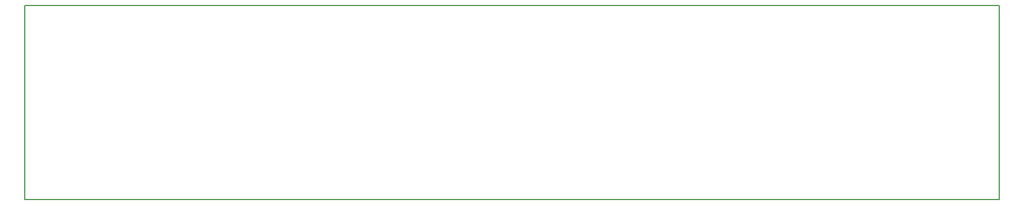
<source format=gbr>
G04 #@! TF.GenerationSoftware,KiCad,Pcbnew,(5.0.0)*
G04 #@! TF.CreationDate,2018-11-13T12:50:57-08:00*
G04 #@! TF.ProjectId,bus_board,6275735F626F6172642E6B696361645F,rev?*
G04 #@! TF.SameCoordinates,Original*
G04 #@! TF.FileFunction,Profile,NP*
%FSLAX46Y46*%
G04 Gerber Fmt 4.6, Leading zero omitted, Abs format (unit mm)*
G04 Created by KiCad (PCBNEW (5.0.0)) date 11/13/18 12:50:57*
%MOMM*%
%LPD*%
G01*
G04 APERTURE LIST*
%ADD10C,0.150000*%
G04 APERTURE END LIST*
D10*
X50000000Y-65000000D02*
X50000000Y-95000000D01*
X200000000Y-65000000D02*
X50000000Y-65000000D01*
X200000000Y-95000000D02*
X200000000Y-65000000D01*
X50000000Y-95000000D02*
X200000000Y-95000000D01*
M02*

</source>
